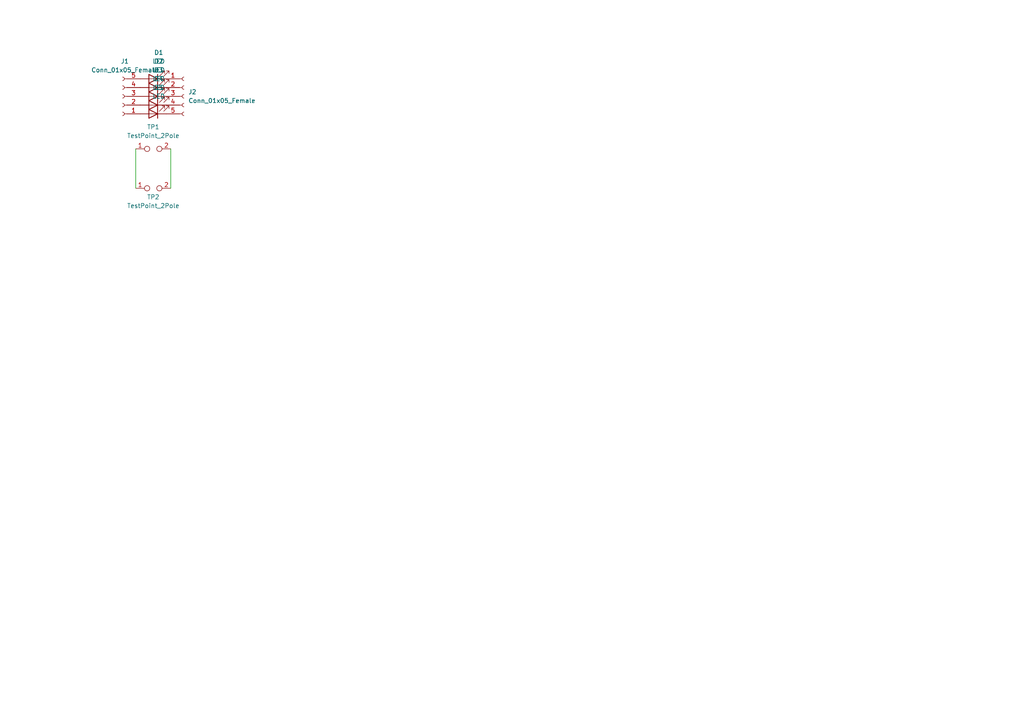
<source format=kicad_sch>
(kicad_sch (version 20211123) (generator eeschema)
  (paper "A4")
  (title_block (title "Home Assistant module for lights control") (date "2022-09-18") (rev "20220918.20"))
  (lib_symbols
    (symbol "Connector:Conn_01x05_Female" (pin_names (offset 1.016) hide)
      (property "Reference" "J" (at 0 7.62 0))
      (property "Value" "Conn_01x05_Female" (at 0 -7.62 0))
      (symbol "Conn_01x05_Female_1_1"
        (arc (start 0 -4.572) (mid -0.508 -5.08) (end 0 -5.588) (stroke (width 0.1524)))
        (arc (start 0 -2.032) (mid -0.508 -2.54) (end 0 -3.048) (stroke (width 0.1524)))
        (polyline (pts (xy -1.27 -5.08) (xy -0.508 -5.08)) (stroke (width 0.1524)))
        (polyline (pts (xy -1.27 -2.54) (xy -0.508 -2.54)) (stroke (width 0.1524)))
        (polyline (pts (xy -1.27 0) (xy -0.508 0)) (stroke (width 0.1524)))
        (polyline (pts (xy -1.27 2.54) (xy -0.508 2.54)) (stroke (width 0.1524)))
        (polyline (pts (xy -1.27 5.08) (xy -0.508 5.08)) (stroke (width 0.1524)))
        (arc (start 0 0.508) (mid -0.508 0) (end 0 -0.508) (stroke (width 0.1524)))
        (arc (start 0 3.048) (mid -0.508 2.54) (end 0 2.032) (stroke (width 0.1524)))
        (arc (start 0 5.588) (mid -0.508 5.08) (end 0 4.572) (stroke (width 0.1524)))
        (pin passive line (at -5.08 5.08 0) (length 3.81) (name "Pin_1") (number "1"))
        (pin passive line (at -5.08 2.54 0) (length 3.81) (name "Pin_2") (number "2"))
        (pin passive line (at -5.08 0 0) (length 3.81) (name "Pin_3") (number "3"))
        (pin passive line (at -5.08 -2.54 0) (length 3.81) (name "Pin_4") (number "4"))
        (pin passive line (at -5.08 -5.08 0) (length 3.81) (name "Pin_5") (number "5"))
      )
    )
    (symbol "Connector:TestPoint_2Pole" (pin_names (offset 0.762) hide)
      (property "Reference" "TP" (at 0 1.524 0))
      (property "Value" "TestPoint_2Pole" (at 0 -1.778 0))
      (symbol "TestPoint_2Pole_0_1"
        (circle (center -1.778 0) (radius 0.762))
        (circle (center 1.778 0) (radius 0.762))
        (pin passive line (at -5.08 0 0) (length 2.54) (name "1") (number "1"))
        (pin passive line (at 5.08 0 180) (length 2.54) (name "2") (number "2"))
      )
    )
    (symbol "Device:LED" (pin_numbers hide) (pin_names (offset 1.016) hide)
      (property "Reference" "D" (at 0 2.54 0))
      (property "Value" "LED" (at 0 -2.54 0))
      (symbol "LED_0_1"
        (polyline (pts (xy -1.27 -1.27) (xy -1.27 1.27)) (stroke (width 0.254)))
        (polyline (pts (xy -1.27 0) (xy 1.27 0)))
        (polyline (pts (xy 1.27 -1.27) (xy 1.27 1.27) (xy -1.27 0) (xy 1.27 -1.27)) (stroke (width 0.254)))
        (polyline (pts (xy -3.048 -0.762) (xy -4.572 -2.286) (xy -3.81 -2.286) (xy -4.572 -2.286) (xy -4.572 -1.524)))
        (polyline (pts (xy -1.778 -0.762) (xy -3.302 -2.286) (xy -2.54 -2.286) (xy -3.302 -2.286) (xy -3.302 -1.524)))
      )
      (symbol "LED_1_1"
        (pin passive line (at -3.81 0 0) (length 2.54) (name "K") (number "1"))
        (pin passive line (at 3.81 0 180) (length 2.54) (name "A") (number "2"))
      )
    )
  )
  (wire (pts (xy 49.53 43.18) (xy 49.53 54.61)))
  (wire (pts (xy 39.37 43.18) (xy 39.37 54.61)))
  (symbol (lib_id "Device:LED") (at 44.45 22.86 180) (unit 1)
    (property "Reference" "D1" (at 46.0375 15.24 0))
    (property "Value" "LED" (at 46.0375 17.78 0))
    (property "Footprint" "LED_SMD:LED_0805_2012Metric_Pad1.15x1.40mm_HandSolder" (effects hide))
  )
  (symbol (lib_id "Device:LED") (at 44.45 25.4 180) (unit 1)
    (property "Reference" "D2" (at 46.0375 17.78 0))
    (property "Value" "LED" (at 46.0375 20.32 0))
    (property "Footprint" "LED_SMD:LED_0805_2012Metric_Pad1.15x1.40mm_HandSolder" (effects hide))
  )
  (symbol (lib_id "Device:LED") (at 44.45 33.02 180) (unit 1)
    (property "Reference" "D5" (at 46.0375 25.4 0))
    (property "Value" "LED" (at 46.0375 27.94 0))
    (property "Footprint" "LED_SMD:LED_0805_2012Metric_Pad1.15x1.40mm_HandSolder" (effects hide))
  )
  (symbol (lib_id "Connector:TestPoint_2Pole") (at 44.45 54.61 0) (unit 1)
    (property "Reference" "TP2" (at 44.45 57.15 0))
    (property "Value" "TestPoint_2Pole" (at 44.45 59.69 0))
  )
  (symbol (lib_id "Connector:Conn_01x05_Female") (at 53.34 27.94 0) (unit 1)
    (property "Reference" "J2" (at 54.61 26.6699 0) (effects (justify left)))
    (property "Value" "Conn_01x05_Female" (at 54.61 29.2099 0) (effects (justify left)))
    (property "Footprint" "Connector_PinSocket_2.54mm:PinSocket_1x05_P2.54mm_Vertical" (effects hide))
  )
  (symbol (lib_id "Device:LED") (at 44.45 30.48 180) (unit 1)
    (property "Reference" "D4" (at 46.0375 22.86 0))
    (property "Value" "LED" (at 46.0375 25.4 0))
    (property "Footprint" "LED_SMD:LED_0805_2012Metric_Pad1.15x1.40mm_HandSolder" (effects hide))
  )
  (symbol (lib_id "Connector:TestPoint_2Pole") (at 44.45 43.18 0) (unit 1)
    (property "Reference" "TP1" (at 44.45 36.83 0))
    (property "Value" "TestPoint_2Pole" (at 44.45 39.37 0))
  )
  (symbol (lib_id "Device:LED") (at 44.45 27.94 180) (unit 1)
    (property "Reference" "D3" (at 46.0375 20.32 0))
    (property "Value" "LED" (at 46.0375 22.86 0))
    (property "Footprint" "LED_SMD:LED_0805_2012Metric_Pad1.15x1.40mm_HandSolder" (effects hide))
  )
  (symbol (lib_id "Connector:Conn_01x05_Female") (at 35.56 27.94 180) (unit 1)
    (property "Reference" "J1" (at 36.195 17.78 0))
    (property "Value" "Conn_01x05_Female" (at 36.195 20.32 0))
    (property "Footprint" "Connector_PinSocket_2.54mm:PinSocket_1x05_P2.54mm_Vertical" (effects hide))
  )
)
</source>
